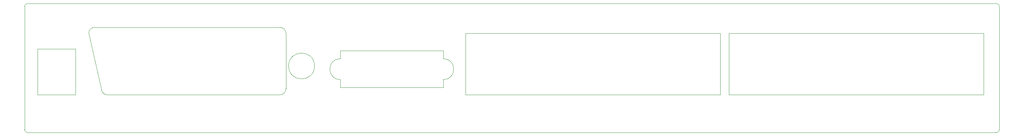
<source format=gbr>
%TF.GenerationSoftware,KiCad,Pcbnew,7.0.10*%
%TF.CreationDate,2024-04-26T10:18:50+01:00*%
%TF.ProjectId,back,6261636b-2e6b-4696-9361-645f70636258,rev?*%
%TF.SameCoordinates,Original*%
%TF.FileFunction,Profile,NP*%
%FSLAX46Y46*%
G04 Gerber Fmt 4.6, Leading zero omitted, Abs format (unit mm)*
G04 Created by KiCad (PCBNEW 7.0.10) date 2024-04-26 10:18:50*
%MOMM*%
%LPD*%
G01*
G04 APERTURE LIST*
%TA.AperFunction,Profile*%
%ADD10C,0.100000*%
%TD*%
G04 APERTURE END LIST*
D10*
X43100000Y-92300000D02*
X88100000Y-92300000D01*
X26000000Y-117300000D02*
G75*
G03*
X26700000Y-118000000I700000J0D01*
G01*
X263200000Y-87200000D02*
G75*
G03*
X262500000Y-86500000I-700000J0D01*
G01*
X88100000Y-108800000D02*
G75*
G03*
X89600000Y-107300000I0J1500000D01*
G01*
X102850000Y-99949999D02*
G75*
G03*
X102850000Y-105100001I0J-2575001D01*
G01*
X102850000Y-105100001D02*
X102850000Y-106999999D01*
X29200000Y-97600000D02*
X38400000Y-97600000D01*
X38400000Y-108800000D01*
X29200000Y-108800000D01*
X29200000Y-97600000D01*
X262500000Y-86500000D02*
X26700000Y-86500000D01*
X89600000Y-93800000D02*
G75*
G03*
X88100000Y-92300000I-1500000J0D01*
G01*
X263200000Y-117300000D02*
X263200000Y-87200000D01*
X262500000Y-118000000D02*
G75*
G03*
X263200000Y-117300000I-100J700100D01*
G01*
X44700018Y-107699994D02*
G75*
G03*
X46200000Y-108800000I1499982J472694D01*
G01*
X88100000Y-108800000D02*
X46200000Y-108800000D01*
X127850000Y-105100000D02*
G75*
G03*
X127850000Y-99950000I0J2575000D01*
G01*
X26000000Y-87200000D02*
X26000000Y-117300000D01*
X89600000Y-93800000D02*
X89600000Y-107300000D01*
X26700000Y-118000000D02*
X262500000Y-118000000D01*
X96550000Y-101750000D02*
G75*
G03*
X90250000Y-101750000I-3150000J0D01*
G01*
X90250000Y-101750000D02*
G75*
G03*
X96550000Y-101750000I3150000J0D01*
G01*
X26700000Y-86500000D02*
G75*
G03*
X26000000Y-87200000I0J-700000D01*
G01*
X127850000Y-98050000D02*
X102850000Y-98050000D01*
X102850000Y-99950001D02*
X102850000Y-98050000D01*
X127850000Y-99950000D02*
X127850000Y-98050000D01*
X127850000Y-107000000D02*
X102850000Y-106999999D01*
X197400000Y-93800000D02*
X259400000Y-93800000D01*
X259400000Y-108800000D01*
X197400000Y-108800000D01*
X197400000Y-93800000D01*
X43100000Y-92300000D02*
G75*
G03*
X41600000Y-93800000I0J-1500000D01*
G01*
X127850000Y-105100000D02*
X127850000Y-107000000D01*
X133300000Y-93800000D02*
X195300000Y-93800000D01*
X195300000Y-108800000D01*
X133300000Y-108800000D01*
X133300000Y-93800000D01*
X41600000Y-93800000D02*
X44700000Y-107700000D01*
M02*

</source>
